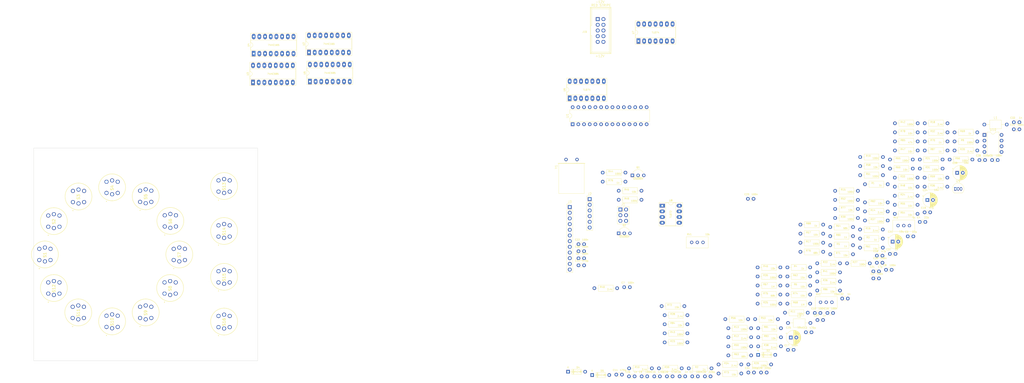
<source format=kicad_pcb>
(kicad_pcb (version 20211014) (generator pcbnew)
  (layers (0 "F.Cu" signal) (31 "B.Cu" signal) (34 "B.Paste" user) (35 "F.Paste" user) (36 "B.SilkS" user "B.Silkscreen") (37 "F.SilkS" user "F.Silkscreen") (38 "B.Mask" user) (39 "F.Mask" user) (44 "Edge.Cuts" user))
  (net 0 "")
  (net 1 "GND")
  (net 2 "+5VD")
  (net 3 "Net-(Y1-Pad2)")
  (net 4 "Net-(Y1-Pad1)")
  (net 5 "/RESET")
  (net 6 "Net-(J2-Pad6)")
  (net 7 "+5V_1")
  (net 8 "+12V_1")
  (net 9 "-12V_1")
  (net 10 "Net-(C12-Pad2)")
  (net 11 "Net-(C13-Pad2)")
  (net 12 "Net-(C14-Pad2)")
  (net 13 "Net-(C15-Pad2)")
  (net 14 "Net-(C18-Pad2)")
  (net 15 "Net-(C19-Pad2)")
  (net 16 "Net-(C20-Pad2)")
  (net 17 "Net-(C21-Pad2)")
  (net 18 "Net-(L1-Pad2)")
  (net 19 "Net-(C25-Pad2)")
  (net 20 "Net-(C26-Pad2)")
  (net 21 "Net-(C27-Pad2)")
  (net 22 "Net-(C28-Pad2)")
  (net 23 "Net-(C29-Pad2)")
  (net 24 "Net-(C32-Pad2)")
  (net 25 "Net-(C33-Pad2)")
  (net 26 "Net-(C34-Pad2)")
  (net 27 "Net-(C35-Pad2)")
  (net 28 "Net-(C36-Pad1)")
  (net 29 "Net-(C36-Pad2)")
  (net 30 "Net-(C37-Pad1)")
  (net 31 "Net-(C37-Pad2)")
  (net 32 "Net-(C38-Pad2)")
  (net 33 "Net-(D4-Pad1)")
  (net 34 "Net-(D5-Pad1)")
  (net 35 "/MISO")
  (net 36 "/SCK")
  (net 37 "/MOSI")
  (net 38 "/RX")
  (net 39 "/TX")
  (net 40 "/TRIGA")
  (net 41 "/GATEA")
  (net 42 "/INA")
  (net 43 "/OUTA")
  (net 44 "/CVA")
  (net 45 "/CVB")
  (net 46 "/OUTB")
  (net 47 "/INB")
  (net 48 "/GATEB")
  (net 49 "/TRIGB")
  (net 51 "/DINA")
  (net 52 "/DINB")
  (net 53 "Net-(R1-Pad1)")
  (net 54 "/SCL")
  (net 55 "Net-(R2-Pad1)")
  (net 56 "/SDI")
  (net 57 "Net-(R3-Pad1)")
  (net 58 "/SLI")
  (net 59 "Net-(R4-Pad1)")
  (net 60 "/SDO")
  (net 61 "Net-(R5-Pad1)")
  (net 62 "/SLO")
  (net 63 "/SW1")
  (net 64 "Net-(S1-PadL1)")
  (net 65 "/SW2")
  (net 66 "Net-(S2-PadL1)")
  (net 67 "/SW3")
  (net 68 "Net-(S3-PadL1)")
  (net 69 "/SW4")
  (net 70 "Net-(S4-PadL1)")
  (net 71 "/SW5")
  (net 72 "Net-(S5-PadL1)")
  (net 73 "/SW6")
  (net 74 "Net-(S6-PadL1)")
  (net 75 "/SW7")
  (net 76 "Net-(S7-PadL1)")
  (net 77 "/SW8")
  (net 78 "Net-(S8-PadL1)")
  (net 79 "/SW9")
  (net 80 "Net-(R26-Pad2)")
  (net 81 "/SW10")
  (net 82 "Net-(R28-Pad2)")
  (net 83 "/SW11")
  (net 84 "Net-(R30-Pad2)")
  (net 85 "/SW12")
  (net 86 "Net-(R32-Pad2)")
  (net 87 "/SW13")
  (net 88 "Net-(R34-Pad2)")
  (net 89 "/SW14")
  (net 90 "Net-(R36-Pad2)")
  (net 91 "/SW15")
  (net 92 "Net-(R38-Pad2)")
  (net 93 "/SW16")
  (net 94 "Net-(R40-Pad2)")
  (net 95 "Net-(R53-Pad1)")
  (net 96 "/ADC0")
  (net 97 "Net-(R54-Pad1)")
  (net 98 "/ADC2")
  (net 99 "Net-(R55-Pad1)")
  (net 100 "/ADC3")
  (net 101 "Net-(R56-Pad1)")
  (net 102 "/ADC1")
  (net 103 "/OC1A")
  (net 104 "/OC1B")
  (net 105 "Net-(R67-Pad1)")
  (net 106 "Net-(R67-Pad2)")
  (net 107 "Net-(R68-Pad1)")
  (net 108 "Net-(R68-Pad2)")
  (net 109 "Net-(R69-Pad2)")
  (net 110 "Net-(R70-Pad2)")
  (net 111 "Net-(R73-Pad2)")
  (net 112 "Net-(R74-Pad2)")
  (net 113 "Net-(R77-Pad2)")
  (net 114 "Net-(R78-Pad2)")
  (net 115 "Net-(R85-Pad2)")
  (net 116 "/LD1")
  (net 117 "/LD2")
  (net 118 "/LD3")
  (net 119 "/LD4")
  (net 120 "/LD5")
  (net 121 "/LD6")
  (net 122 "/LD7")
  (net 123 "/LD8")
  (net 124 "/LD9")
  (net 125 "/LD10")
  (net 126 "/LD11")
  (net 127 "/LD12")
  (net 128 "/LD13")
  (net 129 "/LD14")
  (net 130 "/LD15")
  (net 131 "/LD16")
  (net 133 "/DOUTA")
  (net 134 "/DOUTB")
  (net 135 "Net-(U2-Pad10)")
  (net 137 "Net-(U3-Pad9)")
  (footprint "ao_tht:C_Disc_D3.0mm_W1.6mm_P2.50mm" (layer "F.Cu") (at 439.85 107.56)
    (fp_text reference "C21")
    (fp_text value "47p")
  )
  (footprint "ao_tht:DIP-14_W7.62mm_Socket_LongPads" (layer "F.Cu") (at 334.975 4.6 90)
    (fp_text reference "U7")
    (fp_text value "TL074")
  )
  (footprint "ao_tht:R_Axial_DIN0207_L6.3mm_D2.5mm_P10.16mm_Horizontal" (layer "F.Cu") (at 414.79 112.06)
    (fp_text reference "R26")
    (fp_text value "2.4k" hide)
  )
  (footprint "ao_tht:C_Disc_D3.0mm_W1.6mm_P2.50mm" (layer "F.Cu") (at 445.5 106.86)
    (fp_text reference "C8")
    (fp_text value "100n")
  )
  (footprint "ao_tht:R_Axial_DIN0207_L6.3mm_D2.5mm_P10.16mm_Horizontal" (layer "F.Cu") (at 345.32 123.1)
    (fp_text reference "R72")
    (fp_text value "15k" hide)
  )
  (footprint "ao_tht:R_Axial_DIN0207_L6.3mm_D2.5mm_P10.16mm_Horizontal" (layer "F.Cu") (at 420.6 91.81)
    (fp_text reference "R80")
    (fp_text value "1k" hide)
  )
  (footprint "ao_tht:Potentiometer_Bourns_3296W_Vertical_standard" (layer "F.Cu") (at 421.34 121.36)
    (fp_text reference "RV2")
    (fp_text value "10k")
  )
  (footprint "ao_tht:D6R" (layer "F.Cu") (at 71.5 117.5 90)
    (fp_text reference "S12")
    (fp_text value "D6R" hide)
  )
  (footprint "Package_DIP:DIP-28_W7.62mm" (layer "F.Cu") (at 305.6 41.8 90)
    (fp_text reference "U1")
    (fp_text value "ATmega328P-P")
  )
  (footprint "ao_tht:CP_Radial_D6.3mm_P2.50mm" (layer "F.Cu") (at 477.265241 63.51)
    (fp_text reference "C39")
    (fp_text value "10u")
  )
  (footprint "ao_tht:R_Axial_DIN0207_L6.3mm_D2.5mm_P10.16mm_Horizontal" (layer "F.Cu") (at 436.1 76.71)
    (fp_text reference "R82")
    (fp_text value "10k" hide)
  )
  (footprint "ao_tht:R_Axial_DIN0207_L6.3mm_D2.5mm_P10.16mm_Horizontal" (layer "F.Cu") (at 401.48 121.98)
    (fp_text reference "R68")
    (fp_text value "1M" hide)
  )
  (footprint "ao_tht:R_Axial_DIN0207_L6.3mm_D2.5mm_P10.16mm_Horizontal" (layer "F.Cu") (at 473.9 57.56)
    (fp_text reference "R66")
    (fp_text value "100k" hide)
  )
  (footprint "ao_tht:D6R" (layer "F.Cu") (at 147.5 71.9 90)
    (fp_text reference "S13")
    (fp_text value "D6R" hide)
  )
  (footprint "ao_tht:D6R" (layer "F.Cu") (at 123.4 117.5 90)
    (fp_text reference "S8")
    (fp_text value "D6R" hide)
  )
  (footprint "ao_tht:C_Disc_D3.0mm_W1.6mm_P2.50mm" (layer "F.Cu") (at 364.65 154.5)
    (fp_text reference "C35")
    (fp_text value "220p")
  )
  (footprint "ao_tht:R_Axial_DIN0207_L6.3mm_D2.5mm_P10.16mm_Horizontal" (layer "F.Cu") (at 433.91 92.91)
    (fp_text reference "R3")
    (fp_text value "1k" hide)
  )
  (footprint "ao_tht:D6R" (layer "F.Cu") (at 123.5 87.5 90)
    (fp_text reference "S6")
    (fp_text value "D6R" hide)
  )
  (footprint "ao_tht:R_Axial_DIN0207_L6.3mm_D2.5mm_P10.16mm_Horizontal" (layer "F.Cu") (at 449.41 65.66)
    (fp_text reference "R33")
    (fp_text value "100k" hide)
  )
  (footprint "ao_tht:C_Disc_D3.0mm_W1.6mm_P2.50mm" (layer "F.Cu") (at 462.72 81.16)
    (fp_text reference "C19")
    (fp_text value "47p")
  )
  (footprint "ao_tht:C_Disc_D3.0mm_W1.6mm_P2.50mm" (layer "F.Cu") (at 389.7 152.77)
    (fp_text reference "C29")
    (fp_text value "220p")
  )
  (footprint "ao_tht:C_Disc_D3.0mm_W1.6mm_P2.50mm" (layer "F.Cu") (at 414.89 129.31)
    (fp_text reference "C27")
    (fp_text value "1n")
  )
  (footprint "ao_tht:R_Axial_DIN0207_L6.3mm_D2.5mm_P10.16mm_Horizontal" (layer "F.Cu") (at 414.79 103.96)
    (fp_text reference "R22")
    (fp_text value "2.4k" hide)
  )
  (footprint "ao_tht:R_Axial_DIN0207_L6.3mm_D2.5mm_P10.16mm_Horizontal" (layer "F.Cu") (at 433.97 56.46)
    (fp_text reference "R19")
    (fp_text value "100k" hide)
  )
  (footprint "ao_tht:D6R" (layer "F.Cu") (at 97.5 72.5 90)
    (fp_text reference "S4")
    (fp_text value "D6R" hide)
  )
  (footprint "ao_tht:R_Axial_DIN0207_L6.3mm_D2.5mm_P10.16mm_Horizontal" (layer "F.Cu") (at 462.78 41.36)
    (fp_text reference "R18")
    (fp_text value "2.4k" hide)
  )
  (footprint "ao_tht:R_Axial_DIN0207_L6.3mm_D2.5mm_P10.16mm_Horizontal" (layer "F.Cu") (at 433.91 96.96)
    (fp_text reference "R61")
    (fp_text value "15k" hide)
  )
  (footprint "ao_tht:C_Disc_D3.0mm_W1.6mm_P2.50mm" (layer "F.Cu") (at 384.05 152.77)
    (fp_text reference "C34")
    (fp_text value "220p")
  )
  (footprint "ao_tht:C_Disc_D3.0mm_W1.6mm_P2.50mm" (layer "F.Cu") (at 413.7 126.16)
    (fp_text reference "C10")
    (fp_text value "100n")
  )
  (footprint "ao_tht:R_Axial_DIN0207_L6.3mm_D2.5mm_P10.16mm_Horizontal" (layer "F.Cu") (at 401.48 109.83)
    (fp_text reference "R62")
    (fp_text value "15k" hide)
  )
  (footprint "ao_tht:R_Axial_DIN0207_L6.3mm_D2.5mm_P10.16mm_Horizontal" (layer "F.Cu") (at 401.48 117.93)
    (fp_text reference "R74")
    (fp_text value "15k" hide)
  )
  (footprint "ao_tht:R_Axial_DIN0207_L6.3mm_D2.5mm_P10.16mm_Horizontal" (layer "F.Cu") (at 436.1 68.61)
    (fp_text reference "R1")
    (fp_text value "1k" hide)
  )
  (footprint "ao_tht:Power_Header" (layer "F.Cu") (at 316.8 -5.2)
    (fp_text reference "J15")
    (fp_text value "Synth_power_2x5")
  )
  (footprint "ao_tht:DIP-16_W7.62mm_Socket_LongPads" (layer "F.Cu") (at 162.9 23.1 90)
    (fp_text reference "U3")
    (fp_text value "74HC595")
  )
  (footprint "ao_tht:R_Axial_DIN0207_L6.3mm_D2.5mm_P10.16mm_Horizontal" (layer "F.Cu") (at 388.43 137.02)
    (fp_text reference "R83")
    (fp_text value "10k" hide)
  )
  (footprint "Crystal:Crystal_HC49-U_Horizontal" (layer "F.Cu") (at 302.65 57.55)
    (fp_text reference "Y1")
    (fp_text value "16MHz")
  )
  (footprint "ao_tht:R_Axial_DIN0207_L6.3mm_D2.5mm_P10.16mm_Horizontal" (layer "F.Cu") (at 407.29 94.76)
    (fp_text reference "R17")
    (fp_text value "100k" hide)
  )
  (footprint "ao_tht:R_Axial_DIN0207_L6.3mm_D2.5mm_P10.16mm_Horizontal" (layer "F.Cu") (at 370.74 149.17)
    (fp_text reference "R34")
    (fp_text value "2.4k" hide)
  )
  (footprint "ao_tht:R_Axial_DIN0207_L6.3mm_D2.5mm_P10.16mm_Horizontal" (layer "F.Cu") (at 428.1 103.96)
    (fp_text reference "R27")
    (fp_text value "100k" hide)
  )
  (footprint "ao_tht:R_Axial_DIN0207_L6.3mm_D2.5mm_P10.16mm_Horizontal" (layer "F.Cu") (at 436.1 80.76)
    (fp_text reference "R14")
    (fp_text value "2.4k" hide)
  )
  (footprint "ao_tht:R_Axial_DIN0207_L6.3mm_D2.5mm_P10.16mm_Horizontal" (layer "F.Cu") (at 388.17 105.78)
    (fp_text reference "R46")
    (fp_text value "10k" hide)
  )
  (footprint "ao_tht:D6R" (layer "F.Cu") (at 71.5 87.6 90)
    (fp_text reference "S2")
    (fp_text value "D6R" hide)
  )
  (footprint "ao_tht:R_Axial_DIN0207_L6.3mm_D2.5mm_P10.16mm_Horizontal" (layer "F.Cu") (at 319.01 63.41)
    (fp_text reference "R44")
    (fp_text value "100k" hide)
  )
  (footprint "ao_tht:D6R" (layer "F.Cu") (at 82.5 76.6 90)
    (fp_text reference "S3")
    (fp_text value "D6R" hide)
  )
  (footprint "ao_tht:C_Disc_D3.0mm_W1.6mm_P2.50mm" (layer "F.Cu") (at 502.55 44.06)
    (fp_text reference "C11")
    (fp_text value "100n")
  )
  (footprint "ao_tht:D6R" (layer "F.Cu") (at 127.5 102.5 90)
    (fp_text reference "S7")
    (fp_text value "D6R" hide)
  )
  (footprint "ao_tht:R_Axial_DIN0207_L6.3mm_D2.5mm_P10.16mm_Horizontal" (layer "F.Cu") (at 422.79 83.71)
    (fp_text reference "R39")
    (fp_text value "100k" hide)
  )
  (footprint "ao_tht:R_Axial_DIN0207_L6.3mm_D2.5mm_P10.16mm_Horizontal" (layer "F.Cu") (at 462.78 49.46)
    (fp_text reference "R70")
    (fp_text value "1k" hide)
  )
  (footprint "ao_tht:C_Disc_D3.0mm_W1.6mm_P2.50mm" (layer "F.Cu") (at 308.21 98.56)
    (fp_text reference "C38")
    (fp_text value "100n")
  )
  (footprint "ao_tht:C_Disc_D3.0mm_W1.6mm_P2.50mm" (layer "F.Cu") (at 447.22 99.76)
    (fp_text reference "C37")
    (fp_text value "1n")
  )
  (footprint "ao_tht:CP_Radial_D6.3mm_P2.50mm" (layer "F.Cu") (at 402.975241 137.13)
    (fp_text reference "C25")
    (fp_text value "10u")
  )
  (footprint "ao_tht:R_Axial_DIN0207_L6.3mm_D2.5mm_P10.16mm_Horizontal" (layer "F.Cu") (at 449.47 53.51)
    (fp_text reference "R47")
    (fp_text value "10k" hide)
  )
  (footprint "ao_tht:D6R" (layer "F.Cu") (at 97.5 132.4 90)
    (fp_text reference "S10")
    (fp_text value "D6R" hide)
  )
  (footprint "ao_tht:R_Axial_DIN0207_L6.3mm_D2.5mm_P10.16mm_Horizontal" (layer "F.Cu") (at 462.78 45.41)
    (fp_text reference "R32")
    (fp_text value "2.4k" hide)
  )
  (footprint "ao_tht:R_Axial_DIN0207_L6.3mm_D2.5mm_P10.16mm_Horizontal" (layer "F.Cu") (at 449.41 81.86)
    (fp_text reference "R54")
    (fp_text value "10k" hide)
  )
  (footprint "ao_tht:D6R" (layer "F.Cu") (at 147.5 132.5 90)
    (fp_text reference "S16")
    (fp_text value "D6R" hide)
  )
  (footprint "ao_tht:C_Disc_D3.0mm_W1.6mm_P2.50mm" (layer "F.Cu") (at 342.05 154.5)
    (fp_text reference "C15")
    (fp_text value "470p")
  )
  (footprint "ao_tht:R_Axial_DIN0207_L6.3mm_D2.5mm_P10.16mm_Horizontal" (layer "F.Cu") (at 420.6 99.91)
    (fp_text reference "R71")
    (fp_text value "15k" hide)
  )
  (footprint "ao_tht:R_Axial_DIN0207_L6.3mm_D2.5mm_P10.16mm_Horizontal" (layer "F.Cu") (at 346.67 135.25)
    (fp_text reference "R43")
    (fp_text value "100k" hide)
  )
  (footprint "ao_tht:R_Axial_DIN0207_L6.3mm_D2.5mm_P10.16mm_Horizontal" (layer "F.Cu") (at 407.29 98.81)
    (fp_text reference "R76")
    (fp_text value "68k" hide)
  )
  (footprint "ao_tht:R_Axial_DIN0207_L6.3mm_D2.5mm_P10.16mm_Horizontal" (layer "F.Cu") (at 422.79 75.61)
    (fp_text reference "R52")
    (fp_text value "100k" hide)
  )
  (footprint "ao_tht:D_DO-35_SOD27_P7.62mm_Horizontal" (layer "F.Cu") (at 303.56 152.41)
    (fp_text reference "D4")
    (fp_text value "1N4148")
  )
  (footprint "ao_tht:R_Axial_DIN0207_L6.3mm_D2.5mm_P10.16mm_Horizontal" (layer "F.Cu") (at 344.12 150.9)
    (fp_text reference "R30")
    (fp_text value "2.4k" hide)
  )
  (footprint "ao_tht:D6R" (layer "F.Cu") (at 67.5 102.5 90)
    (fp_text reference "S1")
    (fp_text value "D6R" hide)
  )
  (footprint "ao_tht:R_Axial_DIN0207_L6.3mm_D2.5mm_P10.16mm_Horizontal" (layer "F.Cu") (at 370.74 153.22)
    (fp_text reference "R73")
    (fp_text value "15k" hide)
  )
  (footprint "ao_tht:R_Axial_DIN0207_L6.3mm_D2.5mm_P10.16mm_Horizontal" (layer "F.Cu") (at 375.12 137.02)
    (fp_text reference "R12")
    (fp_text value "2.4k" hide)
  )
  (footprint "ao_tht:R_Axial_DIN0207_L6.3mm_D2.5mm_P10.16mm_Horizontal" (layer "F.Cu") (at 326.16 75.56)
    (fp_text reference "R49")
    (fp_text value "100k" hide)
  )
  (footprint "ao_tht:C_Disc_D3.0mm_W1.6mm_P2.50mm" (layer "F.Cu") (at 347.7 154.5)
    (fp_text reference "C20")
    (fp_text value "47p")
  )
  (footprint "ao_tht:R_Axial_DIN0207_L6.3mm_D2.5mm_P10.16mm_Horizontal" (layer "F.Cu") (at 401.48 113.88)
    (fp_text reference "R6")
    (fp_text value "10k" hide)
  )
  (footprint "ao_tht:D6R" (layer "F.Cu") (at 147.5 92 90)
    (fp_text reference "S14")
    (fp_text value "D6R" hide)
  )
  (footprint "ao_tht:R_Axial_DIN0207_L6.3mm_D2.5mm_P10.16mm_Horizontal" (layer "F.Cu") (at 422.79 79.66)
    (fp_text reference "R77")
    (fp_text value "10k" hide)
  )
  (footprint "ao_tht:DIP-16_W7.62mm_Socket_LongPads" (layer "F.Cu") (at 187.9 9.7 90)
    (fp_text reference "U2")
    (fp_text value "74HC165")
  )
  (footprint "ao_tht:R_Axial_DIN0207_L6.3mm_D2.5mm_P10.16mm_Horizontal" (layer "F.Cu") (at 414.79 108.01)
    (fp_text reference "R41")
    (fp_text value "100k" hide)
  )
  (footprint "ao_tht:Potentiometer_Bourns_3296W_Vertical_standard" (layer "F.Cu") (at 455.96 87.11)
    (fp_text reference "RV3")
    (fp_text value "5k")
  )
  (footprint "Connector_PinHeader_2.54mm:PinHeader_2x03_P2.54mm_Vertical" (layer "F.Cu") (at 326.91 79.91)
    (fp_text reference "J1")
    (fp_text value "Conn_02x03_Odd_Even")
  )
  (footprint "ao_tht:R_Axial_DIN0207_L6.3mm_D2.5mm_P10.16mm_Horizontal" (layer "F.Cu") (at 449.41 69.71)
    (fp_text reference "R48")
    (fp_text value "10k" hide)
  )
  (footprint "Connector_PinHeader_2.54mm:PinHeader_1x06_P2.54mm_Vertical" (layer "F.Cu") (at 313.2 75.25)
    (fp_text reference "J2")
    (fp_text value "Conn_01x06")
  )
  (footprint "ao_tht:R_Axial_DIN0207_L6.3mm_D2.5mm_P10.16mm_Horizontal" (layer "F.Cu") (at 388.43 132.97)
    (fp_text reference "R81")
    (fp_text value "10k" hide)
  )
  (footprint "ao_tht:D6R" (layer "F.Cu") (at 147.5 112.5 90)
    (fp_text reference "S15")
    (fp_text value "D6R" hide)
  )
  (footprint "ao_tht:R_Axial_DIN0207_L6.3mm_D2.5mm_P10.16mm_Horizontal" (layer "F.Cu") (at 449.47 41.36)
    (fp_text reference "R42")
    (fp_text value "100k" hide)
  )
  (footprint "ao_tht:R_Axial_DIN0207_L6.3mm_D2.5mm_P10.16mm_Horizontal" (layer "F.Cu") (at 460.59 61.61)
    (fp_text reference "R31")
    (fp_text value "100k" hide)
  )
  (footprint "ao_tht:R_Axial_DIN0207_L6.3mm_D2.5mm_P10.16mm_Horizontal" (layer "F.Cu") (at 388.17 109.83)
    (fp_text reference "R35")
    (fp_text value "100k" hide)
  )
  (footprint "ao_tht:C_Disc_D3.0mm_W1.6mm_P2.50mm" (layer "F.Cu") (at 330.75 154.5)
    (fp_text reference "C26")
    (fp_text value "1n")
  )
  (footprint "ao_tht:DIP-16_W7.62mm_Socket_LongPads" (layer "F.Cu") (at 188.3 22.7 90)
    (fp_text reference "U5")
    (fp_text value "74HC595")
  )
  (footprint "ao_tht:R_Axial_DIN0207_L6.3mm_D2.5mm_P10.16mm_Horizontal" (layer "F.Cu") (at 375.12 132.97)
    (fp_text reference "R13")
    (fp_text value "100k" hide)
  )
  (footprint "ao_tht:R_Axial_DIN0207_L6.3mm_D2.5mm_P10.16mm_Horizontal" (layer "F.Cu") (at 400.39 126.03)
    (fp_text reference "R11")
    (fp_text value "100k" hide)
  )
  (footprint "ao_tht:C_Disc_D3.0mm_W1.6mm_P2.50mm" (layer "F.Cu") (at 441.41 103.71)
    (fp_text reference "C30")
    (fp_text value "100n")
  )
  (footprint "ao_tht:R_Axial_DIN0207_L6.3mm_D2.5mm_P10.16mm_Horizontal" (layer "F.Cu") (at 449.41 77.81)
    (fp_text reference "R55")
    (fp_text value "10k" hide)
  )
  (footprint "ao_tht:C_Disc_D3.0mm_W1.6mm_P2.50mm" (layer "F.Cu") (at 492.86 57.81)
    (fp_text reference "C5")
    (fp_text value "100n")
  )
  (footprint "ao_tht:C_Disc_D3.0mm_W1.6mm_P2.50mm" (layer "F.Cu") (at 383.85 75.13)
    (fp_text reference "C23")
    (fp_text value "100n")
  )
  (footprint "ao_tht:DIP-16_W7.62mm_Socket_LongPads" (layer "F.Cu") (at 163.2 10.2 90)
    (fp_text reference "U4")
    (fp_text value "74HC165")
  )
  (footprint "ao_tht:C_Disc_D3.0mm_W1.6mm_P2.50mm" (layer "F.Cu") (at 419.35 126.16)
    (fp_text reference "C16")
    (fp_text value "100n")
  )
  (footprint "Package_TO_SOT_THT:TO-92_Inline" (layer "F.Cu") (at 476.44 70.69)
    (fp_text reference "U9")
    (fp_text value "L78L05_TO92")
  )
  (footprint "ao_tht:R_Axial_DIN0207_L6.3mm_D2.5mm_P10.16mm_Horizontal" (layer "F.Cu") (at 460.59 57.56)
    (fp_text reference "R21")
    (fp_text value "100k" hide)
  )
  (footprint "ao_tht:C_Disc_D3.0mm_W1.6mm_P2.50mm" (layer "F.Cu") (at 328.62 114.63)
    (fp_text reference "C7")
    (fp_text value "100n")
  )
  (footprint "ao_tht:R_Axial_DIN0207_L6.3mm_D2.5mm_P10.16mm_Horizontal" (layer "F.Cu") (at 387.08 128.92)
    (fp_text reference "R53")
    (fp_text value "10k" hide)
  )
  (footprint "ao_tht:R_Axial_DIN0207_L6.3mm_D2.5mm_P10.16mm_Horizontal" (layer "F.Cu") (at 346.67 127.15)
    (fp_text reference "R28")
    (fp_text value "2.4k" hide)
  )
  (footprint "ao_tht:R_Axial_DIN0207_L6.3mm_D2.5mm_P10.16mm_Horizontal" (layer "F.Cu") (at 384.05 149.17)
    (fp_text reference "R29")
    (fp_text value "100k" hide)
  )
  (footprint "ao_tht:R_Axial_DIN0207_L6.3mm_D2.5mm_P10.16mm_Horizontal" (layer "F.Cu") (at 375.12 141.07)
    (fp_text reference "R50")
    (fp_text value "100k" hide)
  )
  (footprint "ao_tht:DIP-14_W7.62mm_Socket_LongPads" (layer "F.Cu") (at 304.275 30.2 90)
    (fp_text reference "U6")
    (fp_text value "TL074")
  )
  (footprint "Package_DIP:DIP-8_W7.62mm" (layer "F.Cu") (at 489.45 46.56)
    (fp_text reference "U10")
    (fp_text value "LP2951-5.0_DIP")
  )
  (footprint "ao_tht:R_Axial_DIN0207_L6.3mm_D2.5mm_P10.16mm_Horizontal" (layer "F.Cu") (at 330.81 150.9)
    (fp_text reference "R10")
    (fp_text value "2.4k" hide)
  )
  (footprint "ao_tht:R_Axial_DIN0207_L6.3mm_D2.5mm_P10.16mm_Horizontal" (layer "F.Cu") (at 346.67 131.2)
    (fp_text reference "R84")
    (fp_text value "10k" hide)
  )
  (footprint "ao_tht:TO-92_Inline_Wide" (layer "F.Cu") (at 332.28 64.64)
    (fp_text reference "Q1")
    (fp_text value "2N3904")
  )
  (footprint "ao_tht:C_Disc_D3.0mm_W1.6mm_P2.50mm" (layer "F.Cu") (at 409.72 134.78)
    (fp_text reference "C13")
    (fp_text value "470p")
  )
  (footprint "ao_tht:R_Axial_DIN0207_L6.3mm_D2.5mm_P10.16mm_Horizontal" (layer "F.Cu") (at 476.09 49.46)
    (fp_text reference "R9")
    (fp_text value "100k" hide)
  )
  (footprint "ao_tht:R_Axial_DIN0207_L6.3mm_D2.5mm_P10.16mm_Horizontal" (layer "F.Cu") (at 407.29 86.66)
    (fp_text reference "R88")
    (fp_text value "1k" hide)
  )
  (footprint "ao_tht:R_Axial_DIN0207_L6.3mm_D2.5mm_P10.16mm_Horizontal" (layer "F.Cu") (at 433.97 64.56)
    (fp_text reference "R51")
    (fp_text value "100k" hide)
  )
  (footprint "ao_tht:R_Axial_DIN0207_L6.3mm_D2.5mm_P10.16mm_Horizontal" (layer "F.Cu") (at 447.28 57.56)
    (fp_text reference "R65")
    (fp_text value "100k" hide)
  )
  (footprint "ao_tht:D6R" (layer "F.Cu") (at 112.5 128.4 90)
    (fp_text reference "S9")
    (fp_text value "D6R" hide)
  )
  (footprint "ao_tht:R_Axial_DIN0207_L6.3mm_D2.5mm_P10.16mm_Horizontal" (layer "F.Cu") (at 420.6 87.76)
    (fp_text reference "R64")
    (fp_text value "68k" hide)
  )
  (footprint "ao_tht:C_Disc_D3.0mm_W1.6mm_P2.50mm" (layer "F.Cu") (at 460.56 85.46)
    (fp_text reference "C4")
    (fp_text value "22p")
  )
  (footprint "Inductor_THT:L_Axial_L5.0mm_D3.6mm_P10.00mm_Horizontal_Murata_BL01RN1A2A2" (layer "F.Cu") (at 401.74 130.63)
    (fp_text reference "L2")
    (fp_text value "10R")
  )
  (footprint "ao_tht:R_Axial_DIN0207_L6.3mm_D2.5mm_P10.16mm_Horizontal" (layer "F.Cu") (at 476.09 53.51)
    (fp_text reference "R20")
    (fp_text value "2.4k" hide)
  )
  (footprint "ao_tht:TO-92_Inline_Wide" (layer "F.Cu") (at 326.12 90.54)
    (fp_text reference "Q2")
    (fp_text value "2N3904")
  )
  (footprint "ao_tht:C_Disc_D3.0mm_W1.6mm_P2.50mm" (layer "F.Cu") (at 308.21 95.41)
    (fp_text reference "C22")
    (fp_text value "100n")
  )
  (footprint "ao_tht:C_Disc_D3.0mm_W1.6mm_P2.50mm" (layer "F.Cu") (at 487.21 57.81)
    (fp_text reference "C28")
    (fp_text value "220p")
  )
  (footprint "ao_tht:R_Axial_DIN0207_L6.3mm_D2.5mm_P10.16mm_Horizontal" (layer "F.Cu") (at 447.28 61.61)
    (fp_text reference "R60")
    (fp_text value "10k" hide)
  )
  (footprint "ao_tht:C_Disc_D3.0mm_W1.6mm_P2.50mm" (layer "F.Cu") (at 455.2 91.91)
    (fp_text reference "C3")
    (fp_text value "22p")
  )
  (footprint "ao_tht:R_Axial_DIN0207_L6.3mm_D2.5mm_P10.16mm_Horizontal" (layer "F.Cu") (at 462.78 53.51)
    (fp_text reference "R87")
    (fp_text value "1k" hide)
  )
  (footprint "ao_tht:R_Axial_DIN0207_L6.3mm_D2.5mm_P10.16mm_Horizontal" (layer "F.Cu") (at 388.17 121.98)
    (fp_text reference "R25")
    (fp_text value "100k" hide)
  )
  (footprint "ao_tht:R_Axial_DIN0207_L6.3mm_D2.5mm_P10.16mm_Horizontal" (layer "F.Cu") (at 449.47 45.41)
    (fp_text reference "R78")
    (fp_text value "10k" hide)
  )
  (footprint "ao_tht:R_Axial_DIN0207_L6.3mm_D2.5mm_P10.16mm_Horizontal" (layer "F.Cu") (at 346.67 139.3)
    (fp_text reference "R23")
    (fp_text value "100k" hide)
  )
  (footprint "ao_tht:R_Axial_DIN0207_L6.3mm_D2.5mm_P10.16mm_Horizontal" (layer "F.Cu") (at 388.17 117.93)
    (fp_text reference "R75")
    (fp_text value "68k" hide)
  )
  (footprint "ao_tht:CP_Radial_D6.3mm_P2.50mm" (layer "F.Cu") (at 463.955241 75.66)
    (fp_text reference "C24")
    (fp_text value "10u")
  )
  (footprint "ao_tht:C_Disc_D3.0mm_W1.6mm_P2.50mm" (layer "F.Cu") (at 325.1 153.7)
    (fp_text reference "C14")
    (fp_text value "470p")
  )
  (footprint "ao_tht:C_Disc_D3.0mm_W1.6mm_P2.50mm" (layer "F.Cu") (at 441.41 100.56)
    (fp_text reference "C18")
    (fp_text value "47p")
  )
  (footprint "ao_tht:D_DO-35_SOD27_P7.62mm_Horizontal" (layer "F.Cu") (at 314.33 153.9)
    (fp_text reference "D5")
    (fp_text value "1N4148")
  )
  (footprint "ao_tht:R_Axial_DIN0207_L6.3mm_D2.5mm_P10.16mm_Horizontal" (layer "F.Cu") (at 414.79 116.11)
    (fp_text reference "R86")
    (fp_text value "15k" hide)
  )
  (footprint "ao_tht:R_Axial_DIN0207_L6.3mm_D2.5mm_P10.16mm_Horizontal" (layer "F.Cu") (at 388.43 141.07)
    (fp_text reference "R38")
    (fp_text value "2.4k" hide)
  )
  (footprint "ao_tht:R_Axial_DIN0207_L6.3mm_D2.5mm_P10.16mm_Horizontal" (layer "F.Cu") (at 375.12 145.12)
    (fp_text reference "R63")
    (fp_text value "68k" hide)
  )
  (footprint "Connector_PinHeader_2.54mm:PinHeader_1x12_P2.54mm_Vertical" (layer "F.Cu") (at 304.31 78.81)
    (fp_text reference "J3")
    (fp_text value "Conn_01x12_Male")
  )
  (footprint "ao_tht:D_DO-35_SOD27_P7.62mm_Horizontal" (layer "F.Cu") (at 388.43 144.87)
    (fp_text reference "D2")
    (fp_text value "1N4148")
  )
  (footprint "ao_tht:D6R" (layer "F.Cu") (at 112.5 76.5 90)
    (fp_text reference "S5")
    (fp_text value "D6R" hide)
  )
  (footprint "ao_tht:C_Disc_D3.0mm_W1.6mm_P2.50mm" (layer "F.Cu") (at 425.94 119.71)
    (fp_text reference "C32")
    (fp_text value "1n")
  )
  (footprint "ao_tht:R_Axial_DIN0207_L6.3mm_D2.5mm_P10.16mm_Horizontal" (layer "F.Cu") (at 373.77 128.92)
    (fp_text reference "R56")
    (fp_text value "10k" hide)
  )
  (footprint "ao_tht:R_Axial_DIN0207_L6.3mm_D2.5mm_P10.16mm_Horizontal" (layer "F.Cu") (at 476.09 45.41)
    (fp_text reference "R69")
    (fp_text value "1k" hide)
  )
  (footprint "ao_tht:C_Disc_D3.0mm_W1.6mm_P2.50mm" (layer "F.Cu") (at 336.4 154.5)
    (fp_text reference "C9")
    (fp_text value "100n")
  )
  (footprint "ao_tht:R_Axial_DIN0207_L6.3mm_D2.5mm_P10.16mm_Horizontal" (layer "F.Cu") (at 315.31 115.08)
    (fp_text reference "R40")
    (fp_text value "2.4k" hide)
  )
  (footprint "ao_tht:Potentiometer_Bourns_3296W_Vertical_standard" (layer "F.Cu") (at 363.8 94.6)
    (fp_text reference "RV1")
    (fp_text value "10k")
  )
  (footprint "Inductor_THT:L_Axial_L5.0mm_D3.6mm_P10.00mm_Horizontal_Murata_BL01RN1A2A2" (layer "F.Cu") (at 489.4 41.91)
    (fp_text reference "L1")
    (fp_text value "10R")
  )
  (footprint "ao_tht:R_Axial_DIN0207_L6.3mm_D2.5mm_P10.16mm_Horizontal" (layer "F.Cu") (at 433.97 60.51)
    (fp_text reference "R58")
    (fp_text value "10k" hide)
  )
  (footprint "ao_tht:R_Axial_DIN0207_L6.3mm_D2.5mm_P10.16mm_Horizontal" (layer "F.Cu") (at 422.79 71.56)
    (fp_text reference "R15")
    (fp_text value "100k" hide)
  )
  (footprint "ao_tht:D6R" (layer "F.Cu") (at 82.4 128.4 90)
    (fp_text reference "S11")
    (fp_text value "D6R" hide)
  )
  (footprint "ao_tht:R_Axial_DIN0207_L6.3mm_D2.5mm_P10.16mm_Horizontal" (layer "F.Cu") (at 388.17 113.88)
    (fp_text reference "R67")
    (fp_text value "1M" hide)
  )
  (footprint "ao_tht:C_Disc_D3.0mm_W1.6mm_P2.50mm" (layer "F.Cu") (at 308.21 101.71)
    (fp_text reference "C6")
    (fp_text value "100n")
  )
  (footprint "ao_tht:C_Disc_D3.0mm_W1.6mm_P2.50mm" (layer "F.Cu") (at 439.85 110.71)
    (fp_text reference "C2")
    (fp_text value "100n")
  )
  (footprint "ao_tht:R_Axial_DIN0207_L6.3mm_D2.5mm_P10.16mm_Horizontal" (layer "F.Cu") (at 401.48 105.78)
    (fp_text reference "R4")
    (fp_text value "1k" hide)
  )
  (footprint "ao_tht:DIP-8_W7.62mm_Socket_LongPads" (layer "F.Cu") (at 345.6 78.2)
    (fp_text reference "U8")
    (fp_text value "TL072")
  )
  (footprint "ao_tht:C_Disc_D3.0mm_W1.6mm_P2.50mm" (layer "F.Cu") (at 353.35 154.5)
    (fp_text reference "C36")
    (fp_text value "1n")
  )
  (footprint "ao_tht:R_Axial_DIN0207_L6.3mm_D2.5mm_P10.16mm_Horizontal" (layer "F.Cu") (at 433.91 88.86)
    (fp_text reference "R16")
    (fp_text value "2.4k" hide)
  )
  (footprint "ao_tht:R_Axial_DIN0207_L6.3mm_D2.5mm_P10.16mm_Horizontal" (layer "F.Cu") (at 436.1 84.81)
    (fp_text reference "R37")
    (fp_text value "100k" hide)
  )
  (footprint "ao_tht:C_Disc_D3.0mm_W1.6mm_P2.50mm" (layer "F.Cu") (at 359 154.5)
    (fp_text reference "C1")
    (fp_text value "100n")
  )
  (footprint "ao_tht:CP_Radial_D6.3mm_P2.50mm" (layer "F.Cu") (at 448.455241 94.26)
    (fp_text reference "C31")
    (fp_text value "10u")
  )
  (footprint "ao_tht:R_Axial_DIN0207_L6.3mm_D2.5mm_P10.16mm_Horizontal" (layer "F.Cu") (at 319.01 67.46)
    (fp_text reference "R79")
    (fp_text value "1k" hide)
  )
  (footprint "ao_tht:C_Disc_D3.0mm_W1.6mm_P2.50mm" (layer "F.Cu") (at 401.74 142.63)
    (fp_text reference "C17")
    (fp_text value "100n")
  )
  (footprint "ao_tht:R_Axial_DIN0207_L6.3mm_D2.5mm_P10.16mm_Horizontal" (layer "F.Cu") (at 407.29 90.71)
    (fp_text reference "R57")
    (fp_text value "10k" hide)
  )
  (footprint "ao_tht:C_Disc_D3.0mm_W1.6mm_P2.50mm" (layer "F.Cu") (at 308.21 104.86)
    (fp_text reference "C12")
    (fp_text value "470p")
  )
  (footprint "ao_tht:R_Axial_DIN0207_L6.3mm_D2.5mm_P10.16mm_Horizontal" (layer "F.Cu") (at 462.72 65.66)
    (fp_text reference "R59")
    (fp_text value "10k" hide)
  )
  (footprint "ao_tht:R_Axial_DIN0207_L6.3mm_D2.5mm_P10.16mm_Horizontal" (layer "F.Cu") (at 357.43 150.9)
    (fp_text reference "R2")
    (fp_text value "1k" hide)
  )
  (footprint "ao_tht:R_Axial_DIN0207_L6.3mm_D2.5mm_P10.16mm_Horizontal" (layer "F.Cu") (at 449.47 49.46)
    (fp_text reference "R85")
    (fp_text value "47k" hide)
  )
  (footprint "ao_tht:R_Axial_DIN0207_L6.3mm_D2.5mm_P10.16mm_Horizontal" (layer "F.Cu") (at 462.72 69.71)
    (fp_text reference "R36")
    (fp_text value "2.4k" hide)
  )
  (footprint "ao_tht:R_Axial_DIN0207_L6.3mm_D2.5mm_P10.16mm_Horizontal" (layer "F.Cu") (at 326.16 71.51)
    (fp_text reference "R45")
    (fp_text value "10k" hide)
  )
  (footprint "ao_tht:R_Axial_DIN0207_L6.3mm_D2.5mm_P10.16mm_Horizontal" (layer "F.Cu") (at 449.41 73.76)
    (fp_text reference "R24")
    (fp_text value "2.4k" hide)
  )
  (footprint "ao_tht:C_Disc_D3.0mm_W1.6mm_P2.50mm" (layer "F.Cu") (at 502.55 40.91)
    (fp_text reference "C33")
    (fp_text value "1n")
  )
  (footprint "ao_tht:R_Axial_DIN0207_L6.3mm_D2.5mm_P10.16mm_Horizontal" (layer "F.Cu") (at 420.6 95.86)
    (fp_text reference "R5")
    (fp_text value "1k" hide)
  )
  (gr_rect (start 65 52.5) (end 165 147.5) (layer "Edge.Cuts") (width 0.1) (fill none))
)
</source>
